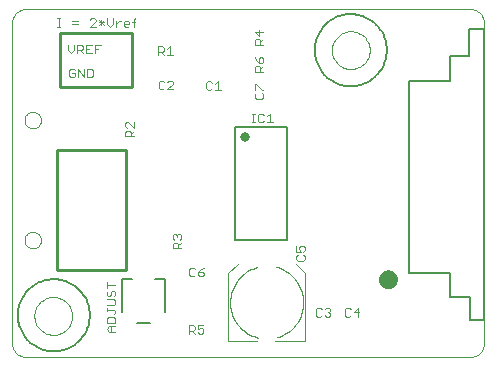
<source format=gto>
G75*
%MOIN*%
%OFA0B0*%
%FSLAX24Y24*%
%IPPOS*%
%LPD*%
%AMOC8*
5,1,8,0,0,1.08239X$1,22.5*
%
%ADD10C,0.0000*%
%ADD11C,0.0100*%
%ADD12C,0.0030*%
%ADD13C,0.0050*%
%ADD14C,0.0060*%
%ADD15C,0.0316*%
%ADD16C,0.0040*%
%ADD17C,0.0080*%
%ADD18C,0.0557*%
D10*
X007237Y007583D02*
X021985Y007583D01*
X022029Y007585D01*
X022072Y007591D01*
X022114Y007600D01*
X022156Y007613D01*
X022196Y007630D01*
X022235Y007650D01*
X022272Y007673D01*
X022306Y007700D01*
X022339Y007729D01*
X022368Y007762D01*
X022395Y007796D01*
X022418Y007833D01*
X022438Y007872D01*
X022455Y007912D01*
X022468Y007954D01*
X022477Y007996D01*
X022483Y008039D01*
X022485Y008083D01*
X022485Y018698D01*
X022483Y018742D01*
X022477Y018785D01*
X022468Y018827D01*
X022455Y018869D01*
X022438Y018909D01*
X022418Y018948D01*
X022395Y018985D01*
X022368Y019019D01*
X022339Y019052D01*
X022306Y019081D01*
X022272Y019108D01*
X022235Y019131D01*
X022196Y019151D01*
X022156Y019168D01*
X022114Y019181D01*
X022072Y019190D01*
X022029Y019196D01*
X021985Y019198D01*
X007237Y019198D01*
X007193Y019196D01*
X007150Y019190D01*
X007108Y019181D01*
X007066Y019168D01*
X007026Y019151D01*
X006987Y019131D01*
X006950Y019108D01*
X006916Y019081D01*
X006883Y019052D01*
X006854Y019019D01*
X006827Y018985D01*
X006804Y018948D01*
X006784Y018909D01*
X006767Y018869D01*
X006754Y018827D01*
X006745Y018785D01*
X006739Y018742D01*
X006737Y018698D01*
X006737Y008083D01*
X006739Y008039D01*
X006745Y007996D01*
X006754Y007954D01*
X006767Y007912D01*
X006784Y007872D01*
X006804Y007833D01*
X006827Y007796D01*
X006854Y007762D01*
X006883Y007729D01*
X006916Y007700D01*
X006950Y007673D01*
X006987Y007650D01*
X007026Y007630D01*
X007066Y007613D01*
X007108Y007600D01*
X007150Y007591D01*
X007193Y007585D01*
X007237Y007583D01*
X007485Y008961D02*
X007487Y009011D01*
X007493Y009061D01*
X007503Y009110D01*
X007517Y009158D01*
X007534Y009205D01*
X007555Y009250D01*
X007580Y009294D01*
X007608Y009335D01*
X007640Y009374D01*
X007674Y009411D01*
X007711Y009445D01*
X007751Y009475D01*
X007793Y009502D01*
X007837Y009526D01*
X007883Y009547D01*
X007930Y009563D01*
X007978Y009576D01*
X008028Y009585D01*
X008077Y009590D01*
X008128Y009591D01*
X008178Y009588D01*
X008227Y009581D01*
X008276Y009570D01*
X008324Y009555D01*
X008370Y009537D01*
X008415Y009515D01*
X008458Y009489D01*
X008499Y009460D01*
X008538Y009428D01*
X008574Y009393D01*
X008606Y009355D01*
X008636Y009315D01*
X008663Y009272D01*
X008686Y009228D01*
X008705Y009182D01*
X008721Y009134D01*
X008733Y009085D01*
X008741Y009036D01*
X008745Y008986D01*
X008745Y008936D01*
X008741Y008886D01*
X008733Y008837D01*
X008721Y008788D01*
X008705Y008740D01*
X008686Y008694D01*
X008663Y008650D01*
X008636Y008607D01*
X008606Y008567D01*
X008574Y008529D01*
X008538Y008494D01*
X008499Y008462D01*
X008458Y008433D01*
X008415Y008407D01*
X008370Y008385D01*
X008324Y008367D01*
X008276Y008352D01*
X008227Y008341D01*
X008178Y008334D01*
X008128Y008331D01*
X008077Y008332D01*
X008028Y008337D01*
X007978Y008346D01*
X007930Y008359D01*
X007883Y008375D01*
X007837Y008396D01*
X007793Y008420D01*
X007751Y008447D01*
X007711Y008477D01*
X007674Y008511D01*
X007640Y008548D01*
X007608Y008587D01*
X007580Y008628D01*
X007555Y008672D01*
X007534Y008717D01*
X007517Y008764D01*
X007503Y008812D01*
X007493Y008861D01*
X007487Y008911D01*
X007485Y008961D01*
X007161Y011489D02*
X007163Y011522D01*
X007169Y011554D01*
X007178Y011585D01*
X007191Y011615D01*
X007208Y011643D01*
X007228Y011669D01*
X007251Y011693D01*
X007276Y011713D01*
X007304Y011731D01*
X007333Y011745D01*
X007364Y011755D01*
X007396Y011762D01*
X007429Y011765D01*
X007462Y011764D01*
X007494Y011759D01*
X007525Y011750D01*
X007556Y011738D01*
X007584Y011722D01*
X007611Y011703D01*
X007635Y011681D01*
X007656Y011656D01*
X007675Y011629D01*
X007690Y011600D01*
X007701Y011570D01*
X007709Y011538D01*
X007713Y011505D01*
X007713Y011473D01*
X007709Y011440D01*
X007701Y011408D01*
X007690Y011378D01*
X007675Y011349D01*
X007656Y011322D01*
X007635Y011297D01*
X007611Y011275D01*
X007584Y011256D01*
X007556Y011240D01*
X007525Y011228D01*
X007494Y011219D01*
X007462Y011214D01*
X007429Y011213D01*
X007396Y011216D01*
X007364Y011223D01*
X007333Y011233D01*
X007304Y011247D01*
X007276Y011265D01*
X007251Y011285D01*
X007228Y011309D01*
X007208Y011335D01*
X007191Y011363D01*
X007178Y011393D01*
X007169Y011424D01*
X007163Y011456D01*
X007161Y011489D01*
X007161Y015489D02*
X007163Y015522D01*
X007169Y015554D01*
X007178Y015585D01*
X007191Y015615D01*
X007208Y015643D01*
X007228Y015669D01*
X007251Y015693D01*
X007276Y015713D01*
X007304Y015731D01*
X007333Y015745D01*
X007364Y015755D01*
X007396Y015762D01*
X007429Y015765D01*
X007462Y015764D01*
X007494Y015759D01*
X007525Y015750D01*
X007556Y015738D01*
X007584Y015722D01*
X007611Y015703D01*
X007635Y015681D01*
X007656Y015656D01*
X007675Y015629D01*
X007690Y015600D01*
X007701Y015570D01*
X007709Y015538D01*
X007713Y015505D01*
X007713Y015473D01*
X007709Y015440D01*
X007701Y015408D01*
X007690Y015378D01*
X007675Y015349D01*
X007656Y015322D01*
X007635Y015297D01*
X007611Y015275D01*
X007584Y015256D01*
X007556Y015240D01*
X007525Y015228D01*
X007494Y015219D01*
X007462Y015214D01*
X007429Y015213D01*
X007396Y015216D01*
X007364Y015223D01*
X007333Y015233D01*
X007304Y015247D01*
X007276Y015265D01*
X007251Y015285D01*
X007228Y015309D01*
X007208Y015335D01*
X007191Y015363D01*
X007178Y015393D01*
X007169Y015424D01*
X007163Y015456D01*
X007161Y015489D01*
X017407Y017820D02*
X017409Y017870D01*
X017415Y017920D01*
X017425Y017969D01*
X017439Y018017D01*
X017456Y018064D01*
X017477Y018109D01*
X017502Y018153D01*
X017530Y018194D01*
X017562Y018233D01*
X017596Y018270D01*
X017633Y018304D01*
X017673Y018334D01*
X017715Y018361D01*
X017759Y018385D01*
X017805Y018406D01*
X017852Y018422D01*
X017900Y018435D01*
X017950Y018444D01*
X017999Y018449D01*
X018050Y018450D01*
X018100Y018447D01*
X018149Y018440D01*
X018198Y018429D01*
X018246Y018414D01*
X018292Y018396D01*
X018337Y018374D01*
X018380Y018348D01*
X018421Y018319D01*
X018460Y018287D01*
X018496Y018252D01*
X018528Y018214D01*
X018558Y018174D01*
X018585Y018131D01*
X018608Y018087D01*
X018627Y018041D01*
X018643Y017993D01*
X018655Y017944D01*
X018663Y017895D01*
X018667Y017845D01*
X018667Y017795D01*
X018663Y017745D01*
X018655Y017696D01*
X018643Y017647D01*
X018627Y017599D01*
X018608Y017553D01*
X018585Y017509D01*
X018558Y017466D01*
X018528Y017426D01*
X018496Y017388D01*
X018460Y017353D01*
X018421Y017321D01*
X018380Y017292D01*
X018337Y017266D01*
X018292Y017244D01*
X018246Y017226D01*
X018198Y017211D01*
X018149Y017200D01*
X018100Y017193D01*
X018050Y017190D01*
X017999Y017191D01*
X017950Y017196D01*
X017900Y017205D01*
X017852Y017218D01*
X017805Y017234D01*
X017759Y017255D01*
X017715Y017279D01*
X017673Y017306D01*
X017633Y017336D01*
X017596Y017370D01*
X017562Y017407D01*
X017530Y017446D01*
X017502Y017487D01*
X017477Y017531D01*
X017456Y017576D01*
X017439Y017623D01*
X017425Y017671D01*
X017415Y017720D01*
X017409Y017770D01*
X017407Y017820D01*
D11*
X010737Y018383D02*
X010737Y016583D01*
X008337Y016583D01*
X008337Y018383D01*
X010737Y018383D01*
X010537Y014483D02*
X008237Y014483D01*
X008237Y010483D01*
X010537Y010483D01*
X010537Y014483D01*
D12*
X010514Y014943D02*
X010514Y015088D01*
X010563Y015137D01*
X010659Y015137D01*
X010708Y015088D01*
X010708Y014943D01*
X010805Y014943D02*
X010514Y014943D01*
X010708Y015040D02*
X010805Y015137D01*
X010805Y015238D02*
X010611Y015431D01*
X010563Y015431D01*
X010514Y015383D01*
X010514Y015286D01*
X010563Y015238D01*
X010805Y015238D02*
X010805Y015431D01*
X011676Y016512D02*
X011628Y016561D01*
X011628Y016754D01*
X011676Y016803D01*
X011773Y016803D01*
X011821Y016754D01*
X011922Y016754D02*
X011971Y016803D01*
X012067Y016803D01*
X012116Y016754D01*
X012116Y016706D01*
X011922Y016512D01*
X012116Y016512D01*
X011821Y016561D02*
X011773Y016512D01*
X011676Y016512D01*
X011608Y017652D02*
X011608Y017943D01*
X011753Y017943D01*
X011801Y017894D01*
X011801Y017797D01*
X011753Y017749D01*
X011608Y017749D01*
X011704Y017749D02*
X011801Y017652D01*
X011902Y017652D02*
X012096Y017652D01*
X011999Y017652D02*
X011999Y017943D01*
X011902Y017846D01*
X010805Y018598D02*
X010805Y018840D01*
X010853Y018889D01*
X010853Y018743D02*
X010756Y018743D01*
X010655Y018743D02*
X010655Y018695D01*
X010462Y018695D01*
X010462Y018647D02*
X010462Y018743D01*
X010510Y018792D01*
X010607Y018792D01*
X010655Y018743D01*
X010607Y018598D02*
X010510Y018598D01*
X010462Y018647D01*
X010361Y018792D02*
X010313Y018792D01*
X010216Y018695D01*
X010216Y018598D02*
X010216Y018792D01*
X010115Y018695D02*
X010115Y018889D01*
X009921Y018889D02*
X009921Y018695D01*
X010018Y018598D01*
X010115Y018695D01*
X009820Y018647D02*
X009627Y018840D01*
X009723Y018840D02*
X009723Y018647D01*
X009627Y018647D02*
X009820Y018840D01*
X009820Y018743D02*
X009627Y018743D01*
X009526Y018792D02*
X009526Y018840D01*
X009477Y018889D01*
X009380Y018889D01*
X009332Y018840D01*
X009526Y018792D02*
X009332Y018598D01*
X009526Y018598D01*
X009502Y018009D02*
X009695Y018009D01*
X009598Y017864D02*
X009502Y017864D01*
X009502Y017719D02*
X009502Y018009D01*
X009400Y018009D02*
X009207Y018009D01*
X009207Y017719D01*
X009400Y017719D01*
X009304Y017864D02*
X009207Y017864D01*
X009106Y017864D02*
X009106Y017961D01*
X009057Y018009D01*
X008912Y018009D01*
X008912Y017719D01*
X008912Y017815D02*
X009057Y017815D01*
X009106Y017864D01*
X009009Y017815D02*
X009106Y017719D01*
X008811Y017815D02*
X008811Y018009D01*
X008618Y018009D02*
X008618Y017815D01*
X008714Y017719D01*
X008811Y017815D01*
X008803Y017209D02*
X008706Y017209D01*
X008658Y017161D01*
X008658Y016967D01*
X008706Y016919D01*
X008803Y016919D01*
X008851Y016967D01*
X008851Y017064D01*
X008754Y017064D01*
X008851Y017161D02*
X008803Y017209D01*
X008952Y017209D02*
X009146Y016919D01*
X009146Y017209D01*
X009247Y017209D02*
X009392Y017209D01*
X009440Y017161D01*
X009440Y016967D01*
X009392Y016919D01*
X009247Y016919D01*
X009247Y017209D01*
X008952Y017209D02*
X008952Y016919D01*
X008348Y018598D02*
X008252Y018598D01*
X008300Y018598D02*
X008300Y018889D01*
X008252Y018889D02*
X008348Y018889D01*
X008743Y018792D02*
X008936Y018792D01*
X008936Y018695D02*
X008743Y018695D01*
X013214Y016738D02*
X013214Y016545D01*
X013262Y016496D01*
X013359Y016496D01*
X013407Y016545D01*
X013508Y016496D02*
X013702Y016496D01*
X013605Y016496D02*
X013605Y016787D01*
X013508Y016690D01*
X013407Y016738D02*
X013359Y016787D01*
X013262Y016787D01*
X013214Y016738D01*
X014831Y016686D02*
X014880Y016686D01*
X015073Y016493D01*
X015122Y016493D01*
X015073Y016392D02*
X015122Y016343D01*
X015122Y016247D01*
X015073Y016198D01*
X014880Y016198D01*
X014831Y016247D01*
X014831Y016343D01*
X014880Y016392D01*
X014831Y016493D02*
X014831Y016686D01*
X014831Y017098D02*
X014831Y017243D01*
X014880Y017292D01*
X014977Y017292D01*
X015025Y017243D01*
X015025Y017098D01*
X015122Y017098D02*
X014831Y017098D01*
X015025Y017195D02*
X015122Y017292D01*
X015073Y017393D02*
X015122Y017441D01*
X015122Y017538D01*
X015073Y017586D01*
X015025Y017586D01*
X014977Y017538D01*
X014977Y017393D01*
X015073Y017393D01*
X014977Y017393D02*
X014880Y017490D01*
X014831Y017586D01*
X014831Y017998D02*
X014831Y018143D01*
X014880Y018192D01*
X014977Y018192D01*
X015025Y018143D01*
X015025Y017998D01*
X015122Y017998D02*
X014831Y017998D01*
X015025Y018095D02*
X015122Y018192D01*
X014977Y018293D02*
X014977Y018486D01*
X015122Y018438D02*
X014831Y018438D01*
X014977Y018293D01*
X014989Y015709D02*
X014940Y015660D01*
X014940Y015467D01*
X014989Y015418D01*
X015085Y015418D01*
X015134Y015467D01*
X015235Y015418D02*
X015428Y015418D01*
X015332Y015418D02*
X015332Y015709D01*
X015235Y015612D01*
X015134Y015660D02*
X015085Y015709D01*
X014989Y015709D01*
X014841Y015709D02*
X014744Y015709D01*
X014792Y015709D02*
X014792Y015418D01*
X014744Y015418D02*
X014841Y015418D01*
X012336Y011701D02*
X012385Y011653D01*
X012385Y011556D01*
X012336Y011508D01*
X012385Y011407D02*
X012288Y011310D01*
X012288Y011358D02*
X012288Y011213D01*
X012385Y011213D02*
X012094Y011213D01*
X012094Y011358D01*
X012143Y011407D01*
X012239Y011407D01*
X012288Y011358D01*
X012143Y011508D02*
X012094Y011556D01*
X012094Y011653D01*
X012143Y011701D01*
X012191Y011701D01*
X012239Y011653D01*
X012288Y011701D01*
X012336Y011701D01*
X012239Y011653D02*
X012239Y011605D01*
X012700Y010569D02*
X012652Y010521D01*
X012652Y010327D01*
X012700Y010279D01*
X012797Y010279D01*
X012846Y010327D01*
X012947Y010327D02*
X012947Y010424D01*
X013092Y010424D01*
X013140Y010376D01*
X013140Y010327D01*
X013092Y010279D01*
X012995Y010279D01*
X012947Y010327D01*
X012947Y010424D02*
X013043Y010521D01*
X013140Y010569D01*
X012846Y010521D02*
X012797Y010569D01*
X012700Y010569D01*
X012636Y008657D02*
X012781Y008657D01*
X012829Y008608D01*
X012829Y008512D01*
X012781Y008463D01*
X012636Y008463D01*
X012732Y008463D02*
X012829Y008366D01*
X012930Y008415D02*
X012979Y008366D01*
X013075Y008366D01*
X013124Y008415D01*
X013124Y008512D01*
X013075Y008560D01*
X013027Y008560D01*
X012930Y008512D01*
X012930Y008657D01*
X013124Y008657D01*
X012636Y008657D02*
X012636Y008366D01*
X010184Y008436D02*
X009990Y008436D01*
X009893Y008532D01*
X009990Y008629D01*
X010184Y008629D01*
X010184Y008730D02*
X010184Y008875D01*
X010135Y008924D01*
X009942Y008924D01*
X009893Y008875D01*
X009893Y008730D01*
X010184Y008730D01*
X010039Y008629D02*
X010039Y008436D01*
X010135Y009025D02*
X010184Y009073D01*
X010184Y009122D01*
X010135Y009170D01*
X009893Y009170D01*
X009893Y009122D02*
X009893Y009218D01*
X009893Y009320D02*
X010135Y009320D01*
X010184Y009368D01*
X010184Y009465D01*
X010135Y009513D01*
X009893Y009513D01*
X009942Y009614D02*
X009893Y009663D01*
X009893Y009759D01*
X009942Y009808D01*
X010039Y009759D02*
X010087Y009808D01*
X010135Y009808D01*
X010184Y009759D01*
X010184Y009663D01*
X010135Y009614D01*
X010039Y009663D02*
X009990Y009614D01*
X009942Y009614D01*
X010039Y009663D02*
X010039Y009759D01*
X009893Y009909D02*
X009893Y010102D01*
X009893Y010006D02*
X010184Y010006D01*
X016215Y010857D02*
X016263Y010809D01*
X016457Y010809D01*
X016505Y010857D01*
X016505Y010954D01*
X016457Y011002D01*
X016457Y011103D02*
X016505Y011152D01*
X016505Y011248D01*
X016457Y011297D01*
X016360Y011297D01*
X016312Y011248D01*
X016312Y011200D01*
X016360Y011103D01*
X016215Y011103D01*
X016215Y011297D01*
X016263Y011002D02*
X016215Y010954D01*
X016215Y010857D01*
X016919Y009224D02*
X016870Y009176D01*
X016870Y008983D01*
X016919Y008934D01*
X017015Y008934D01*
X017064Y008983D01*
X017165Y008983D02*
X017213Y008934D01*
X017310Y008934D01*
X017358Y008983D01*
X017358Y009031D01*
X017310Y009079D01*
X017262Y009079D01*
X017310Y009079D02*
X017358Y009128D01*
X017358Y009176D01*
X017310Y009224D01*
X017213Y009224D01*
X017165Y009176D01*
X017064Y009176D02*
X017015Y009224D01*
X016919Y009224D01*
X017834Y009176D02*
X017834Y008983D01*
X017882Y008934D01*
X017979Y008934D01*
X018027Y008983D01*
X018128Y009079D02*
X018274Y009224D01*
X018274Y008934D01*
X018322Y009079D02*
X018128Y009079D01*
X018027Y009176D02*
X017979Y009224D01*
X017882Y009224D01*
X017834Y009176D01*
D13*
X019015Y010169D02*
X019017Y010202D01*
X019023Y010234D01*
X019032Y010266D01*
X019046Y010296D01*
X019062Y010324D01*
X019082Y010350D01*
X019105Y010374D01*
X019131Y010395D01*
X019159Y010412D01*
X019189Y010427D01*
X019220Y010437D01*
X019252Y010444D01*
X019285Y010447D01*
X019318Y010446D01*
X019350Y010441D01*
X019382Y010432D01*
X019413Y010420D01*
X019441Y010404D01*
X019468Y010385D01*
X019492Y010363D01*
X019514Y010338D01*
X019532Y010310D01*
X019547Y010281D01*
X019559Y010250D01*
X019567Y010218D01*
X019571Y010185D01*
X019571Y010153D01*
X019567Y010120D01*
X019559Y010088D01*
X019547Y010057D01*
X019532Y010028D01*
X019514Y010000D01*
X019492Y009975D01*
X019468Y009953D01*
X019441Y009934D01*
X019413Y009918D01*
X019382Y009906D01*
X019350Y009897D01*
X019318Y009892D01*
X019285Y009891D01*
X019252Y009894D01*
X019220Y009901D01*
X019189Y009911D01*
X019159Y009926D01*
X019131Y009943D01*
X019105Y009964D01*
X019082Y009988D01*
X019062Y010014D01*
X019046Y010042D01*
X019032Y010072D01*
X019023Y010104D01*
X019017Y010136D01*
X019015Y010169D01*
X019963Y010405D02*
X021341Y010405D01*
X021341Y009579D01*
X022010Y009579D01*
X022010Y008831D01*
X022482Y008831D01*
X022482Y018516D01*
X021970Y018516D01*
X021970Y017610D01*
X021341Y017610D01*
X021341Y016783D01*
X019963Y016783D01*
X019963Y010405D01*
X016837Y017820D02*
X016839Y017889D01*
X016845Y017958D01*
X016855Y018026D01*
X016869Y018094D01*
X016886Y018161D01*
X016908Y018227D01*
X016933Y018291D01*
X016962Y018354D01*
X016995Y018415D01*
X017031Y018474D01*
X017070Y018531D01*
X017113Y018585D01*
X017158Y018637D01*
X017207Y018687D01*
X017258Y018733D01*
X017312Y018776D01*
X017369Y018817D01*
X017427Y018853D01*
X017488Y018887D01*
X017550Y018917D01*
X017614Y018943D01*
X017679Y018965D01*
X017746Y018984D01*
X017814Y018999D01*
X017882Y019010D01*
X017951Y019017D01*
X018020Y019020D01*
X018089Y019019D01*
X018158Y019014D01*
X018226Y019005D01*
X018294Y018992D01*
X018361Y018975D01*
X018428Y018955D01*
X018492Y018930D01*
X018555Y018902D01*
X018617Y018871D01*
X018676Y018835D01*
X018734Y018797D01*
X018789Y018755D01*
X018842Y018710D01*
X018892Y018662D01*
X018939Y018612D01*
X018983Y018558D01*
X019024Y018503D01*
X019062Y018445D01*
X019096Y018385D01*
X019127Y018323D01*
X019154Y018259D01*
X019177Y018194D01*
X019197Y018128D01*
X019213Y018060D01*
X019225Y017992D01*
X019233Y017924D01*
X019237Y017855D01*
X019237Y017785D01*
X019233Y017716D01*
X019225Y017648D01*
X019213Y017580D01*
X019197Y017512D01*
X019177Y017446D01*
X019154Y017381D01*
X019127Y017317D01*
X019096Y017255D01*
X019062Y017195D01*
X019024Y017137D01*
X018983Y017082D01*
X018939Y017028D01*
X018892Y016978D01*
X018842Y016930D01*
X018789Y016885D01*
X018734Y016843D01*
X018676Y016805D01*
X018617Y016769D01*
X018555Y016738D01*
X018492Y016710D01*
X018428Y016685D01*
X018361Y016665D01*
X018294Y016648D01*
X018226Y016635D01*
X018158Y016626D01*
X018089Y016621D01*
X018020Y016620D01*
X017951Y016623D01*
X017882Y016630D01*
X017814Y016641D01*
X017746Y016656D01*
X017679Y016675D01*
X017614Y016697D01*
X017550Y016723D01*
X017488Y016753D01*
X017427Y016787D01*
X017369Y016823D01*
X017312Y016864D01*
X017258Y016907D01*
X017207Y016953D01*
X017158Y017003D01*
X017113Y017055D01*
X017070Y017109D01*
X017031Y017166D01*
X016995Y017225D01*
X016962Y017286D01*
X016933Y017349D01*
X016908Y017413D01*
X016886Y017479D01*
X016869Y017546D01*
X016855Y017614D01*
X016845Y017682D01*
X016839Y017751D01*
X016837Y017820D01*
X006937Y008983D02*
X006939Y009052D01*
X006945Y009121D01*
X006955Y009189D01*
X006969Y009257D01*
X006986Y009324D01*
X007008Y009390D01*
X007033Y009454D01*
X007062Y009517D01*
X007095Y009578D01*
X007131Y009637D01*
X007170Y009694D01*
X007213Y009748D01*
X007258Y009800D01*
X007307Y009850D01*
X007358Y009896D01*
X007412Y009939D01*
X007469Y009980D01*
X007527Y010016D01*
X007588Y010050D01*
X007650Y010080D01*
X007714Y010106D01*
X007779Y010128D01*
X007846Y010147D01*
X007914Y010162D01*
X007982Y010173D01*
X008051Y010180D01*
X008120Y010183D01*
X008189Y010182D01*
X008258Y010177D01*
X008326Y010168D01*
X008394Y010155D01*
X008461Y010138D01*
X008528Y010118D01*
X008592Y010093D01*
X008655Y010065D01*
X008717Y010034D01*
X008776Y009998D01*
X008834Y009960D01*
X008889Y009918D01*
X008942Y009873D01*
X008992Y009825D01*
X009039Y009775D01*
X009083Y009721D01*
X009124Y009666D01*
X009162Y009608D01*
X009196Y009548D01*
X009227Y009486D01*
X009254Y009422D01*
X009277Y009357D01*
X009297Y009291D01*
X009313Y009223D01*
X009325Y009155D01*
X009333Y009087D01*
X009337Y009018D01*
X009337Y008948D01*
X009333Y008879D01*
X009325Y008811D01*
X009313Y008743D01*
X009297Y008675D01*
X009277Y008609D01*
X009254Y008544D01*
X009227Y008480D01*
X009196Y008418D01*
X009162Y008358D01*
X009124Y008300D01*
X009083Y008245D01*
X009039Y008191D01*
X008992Y008141D01*
X008942Y008093D01*
X008889Y008048D01*
X008834Y008006D01*
X008776Y007968D01*
X008717Y007932D01*
X008655Y007901D01*
X008592Y007873D01*
X008528Y007848D01*
X008461Y007828D01*
X008394Y007811D01*
X008326Y007798D01*
X008258Y007789D01*
X008189Y007784D01*
X008120Y007783D01*
X008051Y007786D01*
X007982Y007793D01*
X007914Y007804D01*
X007846Y007819D01*
X007779Y007838D01*
X007714Y007860D01*
X007650Y007886D01*
X007588Y007916D01*
X007527Y007950D01*
X007469Y007986D01*
X007412Y008027D01*
X007358Y008070D01*
X007307Y008116D01*
X007258Y008166D01*
X007213Y008218D01*
X007170Y008272D01*
X007131Y008329D01*
X007095Y008388D01*
X007062Y008449D01*
X007033Y008512D01*
X007008Y008576D01*
X006986Y008642D01*
X006969Y008709D01*
X006955Y008777D01*
X006945Y008845D01*
X006939Y008914D01*
X006937Y008983D01*
D14*
X014189Y011482D02*
X015908Y011482D01*
X015908Y015253D01*
X014189Y015253D01*
X014189Y011482D01*
D15*
X014520Y014913D03*
D16*
X014267Y010695D02*
X013952Y010380D01*
X013952Y008136D01*
X014917Y008136D01*
X015507Y008136D02*
X016511Y008136D01*
X016511Y010380D01*
X016196Y010695D01*
X015537Y010596D02*
X015603Y010577D01*
X015669Y010554D01*
X015733Y010527D01*
X015795Y010497D01*
X015856Y010463D01*
X015914Y010427D01*
X015970Y010386D01*
X016024Y010343D01*
X016076Y010297D01*
X016124Y010247D01*
X016170Y010195D01*
X016213Y010141D01*
X016252Y010084D01*
X016289Y010025D01*
X016322Y009964D01*
X016351Y009902D01*
X016377Y009838D01*
X016399Y009772D01*
X016417Y009705D01*
X016432Y009638D01*
X016442Y009569D01*
X016449Y009500D01*
X016452Y009431D01*
X016451Y009362D01*
X016446Y009293D01*
X016437Y009224D01*
X016424Y009156D01*
X016407Y009089D01*
X016387Y009023D01*
X016363Y008958D01*
X016335Y008895D01*
X016304Y008833D01*
X016269Y008774D01*
X016231Y008716D01*
X016189Y008660D01*
X016145Y008607D01*
X016097Y008557D01*
X016047Y008509D01*
X015994Y008465D01*
X015939Y008423D01*
X015882Y008384D01*
X015822Y008349D01*
X015760Y008318D01*
X015697Y008290D01*
X015633Y008265D01*
X015567Y008244D01*
X014927Y008235D02*
X014861Y008254D01*
X014795Y008277D01*
X014731Y008304D01*
X014669Y008334D01*
X014608Y008368D01*
X014550Y008404D01*
X014494Y008445D01*
X014440Y008488D01*
X014388Y008534D01*
X014340Y008584D01*
X014294Y008636D01*
X014251Y008690D01*
X014212Y008747D01*
X014175Y008806D01*
X014142Y008867D01*
X014113Y008929D01*
X014087Y008993D01*
X014065Y009059D01*
X014047Y009126D01*
X014032Y009193D01*
X014022Y009262D01*
X014015Y009331D01*
X014012Y009400D01*
X014013Y009469D01*
X014018Y009538D01*
X014027Y009607D01*
X014040Y009675D01*
X014057Y009742D01*
X014077Y009808D01*
X014101Y009873D01*
X014129Y009936D01*
X014160Y009998D01*
X014195Y010057D01*
X014233Y010115D01*
X014275Y010171D01*
X014319Y010224D01*
X014367Y010274D01*
X014417Y010322D01*
X014470Y010366D01*
X014525Y010408D01*
X014582Y010447D01*
X014642Y010482D01*
X014704Y010513D01*
X014767Y010541D01*
X014831Y010566D01*
X014897Y010587D01*
D17*
X011851Y010190D02*
X011851Y009108D01*
X011351Y008733D02*
X010894Y008733D01*
X010394Y009108D02*
X010394Y010190D01*
X010726Y010190D01*
X011519Y010190D02*
X011851Y010190D01*
D18*
X019293Y010169D03*
M02*

</source>
